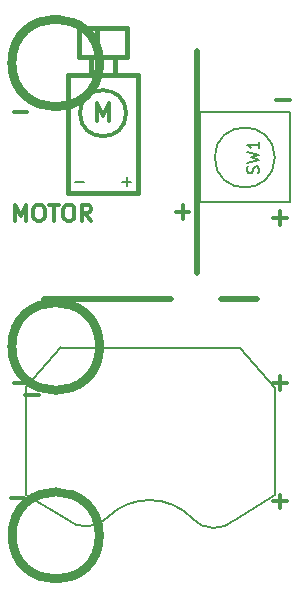
<source format=gto>
G04 #@! TF.FileFunction,Legend,Top*
%FSLAX46Y46*%
G04 Gerber Fmt 4.6, Leading zero omitted, Abs format (unit mm)*
G04 Created by KiCad (PCBNEW (2015-08-15 BZR 6092)-product) date 2/28/2016 9:25:34 PM*
%MOMM*%
G01*
G04 APERTURE LIST*
%ADD10C,0.100000*%
%ADD11C,0.500000*%
%ADD12C,0.800000*%
%ADD13C,0.300000*%
%ADD14C,0.400000*%
%ADD15C,0.150000*%
G04 APERTURE END LIST*
D10*
D11*
X157750000Y-84000000D02*
X147000000Y-84000000D01*
X162000000Y-84000000D02*
X165000000Y-84000000D01*
X160000000Y-63000000D02*
X160000000Y-81750000D01*
D12*
X151716517Y-88000000D02*
G75*
G03X151716517Y-88000000I-3716517J0D01*
G01*
D13*
X144583333Y-77383333D02*
X144583333Y-75983333D01*
X145050000Y-76983333D01*
X145516667Y-75983333D01*
X145516667Y-77383333D01*
X146450000Y-75983333D02*
X146716667Y-75983333D01*
X146850000Y-76050000D01*
X146983333Y-76183333D01*
X147050000Y-76450000D01*
X147050000Y-76916667D01*
X146983333Y-77183333D01*
X146850000Y-77316667D01*
X146716667Y-77383333D01*
X146450000Y-77383333D01*
X146316667Y-77316667D01*
X146183333Y-77183333D01*
X146116667Y-76916667D01*
X146116667Y-76450000D01*
X146183333Y-76183333D01*
X146316667Y-76050000D01*
X146450000Y-75983333D01*
X147450000Y-75983333D02*
X148250000Y-75983333D01*
X147850000Y-77383333D02*
X147850000Y-75983333D01*
X148983334Y-75983333D02*
X149250001Y-75983333D01*
X149383334Y-76050000D01*
X149516667Y-76183333D01*
X149583334Y-76450000D01*
X149583334Y-76916667D01*
X149516667Y-77183333D01*
X149383334Y-77316667D01*
X149250001Y-77383333D01*
X148983334Y-77383333D01*
X148850001Y-77316667D01*
X148716667Y-77183333D01*
X148650001Y-76916667D01*
X148650001Y-76450000D01*
X148716667Y-76183333D01*
X148850001Y-76050000D01*
X148983334Y-75983333D01*
X150983334Y-77383333D02*
X150516668Y-76716667D01*
X150183334Y-77383333D02*
X150183334Y-75983333D01*
X150716668Y-75983333D01*
X150850001Y-76050000D01*
X150916668Y-76116667D01*
X150983334Y-76250000D01*
X150983334Y-76450000D01*
X150916668Y-76583333D01*
X150850001Y-76650000D01*
X150716668Y-76716667D01*
X150183334Y-76716667D01*
X153952562Y-68250000D02*
G75*
G03X153952562Y-68250000I-1952562J0D01*
G01*
X151500000Y-68928571D02*
X151500000Y-67428571D01*
X152000000Y-68500000D01*
X152500000Y-67428571D01*
X152500000Y-68928571D01*
D12*
X151691206Y-104000000D02*
G75*
G03X151691206Y-104000000I-3691206J0D01*
G01*
X151716517Y-64000000D02*
G75*
G03X151716517Y-64000000I-3716517J0D01*
G01*
D13*
X158178572Y-76607143D02*
X159321429Y-76607143D01*
X158750000Y-77178571D02*
X158750000Y-76035714D01*
X144428572Y-68107143D02*
X145571429Y-68107143D01*
X166678572Y-67107143D02*
X167821429Y-67107143D01*
X166428572Y-77107143D02*
X167571429Y-77107143D01*
X167000000Y-77678571D02*
X167000000Y-76535714D01*
X144428572Y-91107143D02*
X145571429Y-91107143D01*
X145428572Y-92107143D02*
X146571429Y-92107143D01*
X144178572Y-100857143D02*
X145321429Y-100857143D01*
X166428572Y-91107143D02*
X167571429Y-91107143D01*
X167000000Y-91678571D02*
X167000000Y-90535714D01*
X166428572Y-101107143D02*
X167571429Y-101107143D01*
X167000000Y-101678571D02*
X167000000Y-100535714D01*
D14*
X151500000Y-63500000D02*
X151500000Y-61000000D01*
X153000000Y-63500000D02*
X154000000Y-63500000D01*
X154000000Y-63500000D02*
X154000000Y-61000000D01*
X154000000Y-61000000D02*
X150000000Y-61000000D01*
X150000000Y-61000000D02*
X150000000Y-63500000D01*
X150000000Y-63500000D02*
X151000000Y-63500000D01*
X153000000Y-65000000D02*
X153000000Y-63500000D01*
X153000000Y-63500000D02*
X151000000Y-63500000D01*
X151000000Y-63500000D02*
X151000000Y-65000000D01*
X155000000Y-75000000D02*
X155000000Y-65000000D01*
X155000000Y-65000000D02*
X149000000Y-65000000D01*
X149000000Y-65000000D02*
X149000000Y-75000000D01*
X149000000Y-75000000D02*
X155000000Y-75000000D01*
D15*
X148824500Y-102540500D02*
X145459000Y-100572000D01*
X163175500Y-102667500D02*
X166541000Y-100572000D01*
X148799100Y-102540500D02*
G75*
G03X152482100Y-102413500I1778000J1905000D01*
G01*
X159505200Y-102540500D02*
G75*
G03X163188200Y-102667500I1905000J1778000D01*
G01*
X159556000Y-102540500D02*
G75*
G03X152444000Y-102413500I-3619500J-3492500D01*
G01*
X163620000Y-88126000D02*
X166541000Y-91491500D01*
X145459000Y-91428000D02*
X148443500Y-88062500D01*
X148380000Y-88126000D02*
X163620000Y-88126000D01*
X145459000Y-100572000D02*
X145459000Y-91428000D01*
X166541000Y-100572000D02*
X166541000Y-91428000D01*
X166540000Y-72000000D02*
G75*
G03X166540000Y-72000000I-2540000J0D01*
G01*
X167810000Y-68190000D02*
X167810000Y-75810000D01*
X167810000Y-75810000D02*
X160190000Y-75810000D01*
X160190000Y-75810000D02*
X160190000Y-68190000D01*
X167810000Y-68190000D02*
X160190000Y-68190000D01*
X149619048Y-74071429D02*
X150380953Y-74071429D01*
X153619048Y-74071429D02*
X154380953Y-74071429D01*
X154000001Y-74452381D02*
X154000001Y-73690476D01*
X165166762Y-73333333D02*
X165214381Y-73190476D01*
X165214381Y-72952380D01*
X165166762Y-72857142D01*
X165119143Y-72809523D01*
X165023905Y-72761904D01*
X164928667Y-72761904D01*
X164833429Y-72809523D01*
X164785810Y-72857142D01*
X164738190Y-72952380D01*
X164690571Y-73142857D01*
X164642952Y-73238095D01*
X164595333Y-73285714D01*
X164500095Y-73333333D01*
X164404857Y-73333333D01*
X164309619Y-73285714D01*
X164262000Y-73238095D01*
X164214381Y-73142857D01*
X164214381Y-72904761D01*
X164262000Y-72761904D01*
X164214381Y-72428571D02*
X165214381Y-72190476D01*
X164500095Y-71999999D01*
X165214381Y-71809523D01*
X164214381Y-71571428D01*
X165214381Y-70666666D02*
X165214381Y-71238095D01*
X165214381Y-70952381D02*
X164214381Y-70952381D01*
X164357238Y-71047619D01*
X164452476Y-71142857D01*
X164500095Y-71238095D01*
M02*

</source>
